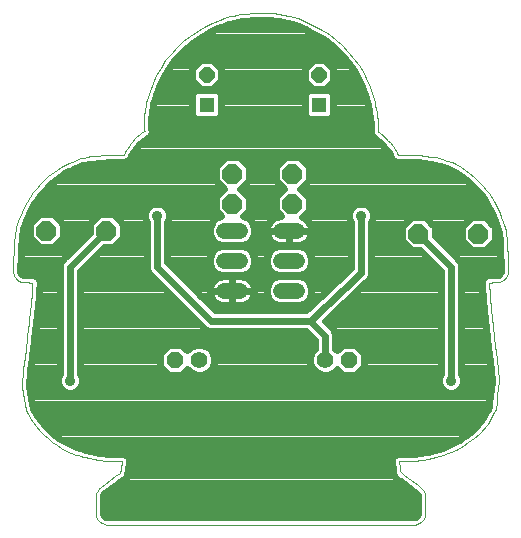
<source format=gtl>
G75*
%MOIN*%
%OFA0B0*%
%FSLAX25Y25*%
%IPPOS*%
%LPD*%
%AMOC8*
5,1,8,0,0,1.08239X$1,22.5*
%
%ADD10C,0.00394*%
%ADD11OC8,0.05600*%
%ADD12C,0.05600*%
%ADD13OC8,0.05150*%
%ADD14R,0.05150X0.05150*%
%ADD15OC8,0.06600*%
%ADD16C,0.05200*%
%ADD17C,0.02400*%
%ADD18C,0.03600*%
D10*
X0027228Y0036301D02*
X0028907Y0035531D01*
X0030613Y0034956D01*
X0030958Y0034840D01*
X0031373Y0034712D01*
X0031832Y0034579D01*
X0032290Y0034446D01*
X0032790Y0034309D01*
X0033819Y0034039D01*
X0034348Y0033907D01*
X0034862Y0033785D01*
X0035376Y0033664D01*
X0035875Y0033552D01*
X0036332Y0033458D01*
X0036808Y0033360D01*
X0037340Y0033266D01*
X0037897Y0033181D01*
X0038454Y0033095D01*
X0039034Y0033017D01*
X0039608Y0032951D01*
X0040182Y0032884D01*
X0040748Y0032830D01*
X0041276Y0032790D01*
X0041803Y0032751D01*
X0042291Y0032727D01*
X0042709Y0032722D01*
X0042873Y0032720D01*
X0043120Y0032717D01*
X0043366Y0032714D01*
X0043694Y0032709D01*
X0044023Y0032705D01*
X0044352Y0032701D01*
X0044682Y0032697D01*
X0044930Y0032694D01*
X0045178Y0032691D01*
X0045345Y0032689D01*
X0045397Y0032689D01*
X0045444Y0032691D01*
X0045491Y0032694D01*
X0045538Y0032697D01*
X0045586Y0032701D01*
X0045679Y0032712D01*
X0045726Y0032718D01*
X0045773Y0032724D01*
X0045820Y0032731D01*
X0045866Y0032738D01*
X0045913Y0032745D01*
X0045871Y0032516D01*
X0045831Y0032300D01*
X0045755Y0031892D01*
X0045719Y0031700D01*
X0045684Y0031517D01*
X0045649Y0031334D01*
X0045616Y0031160D01*
X0045584Y0030994D01*
X0045551Y0030828D01*
X0045520Y0030670D01*
X0045490Y0030516D01*
X0045410Y0030115D01*
X0045172Y0028910D01*
X0043553Y0027695D01*
X0041934Y0026479D01*
X0040314Y0025264D01*
X0038695Y0024048D01*
X0038448Y0023862D01*
X0038225Y0023650D01*
X0038031Y0023417D01*
X0037838Y0023183D01*
X0037672Y0022929D01*
X0037402Y0022390D01*
X0037299Y0022105D01*
X0037228Y0021810D01*
X0037158Y0021515D01*
X0037122Y0021209D01*
X0037122Y0015012D01*
X0037232Y0014494D01*
X0037631Y0013552D01*
X0037919Y0013128D01*
X0038275Y0012772D01*
X0038631Y0012416D01*
X0039055Y0012127D01*
X0039997Y0011729D01*
X0040515Y0011618D01*
X0143486Y0011618D01*
X0144004Y0011729D01*
X0144946Y0012127D01*
X0145370Y0012416D01*
X0145727Y0012772D01*
X0146083Y0013128D01*
X0146371Y0013552D01*
X0146770Y0014494D01*
X0146880Y0015012D01*
X0146880Y0021158D01*
X0146845Y0021458D01*
X0146776Y0021750D01*
X0146708Y0022041D01*
X0146607Y0022323D01*
X0146476Y0022589D01*
X0146345Y0022856D01*
X0146183Y0023108D01*
X0145805Y0023572D01*
X0145589Y0023783D01*
X0145347Y0023969D01*
X0144462Y0024652D01*
X0144020Y0024994D01*
X0143577Y0025335D01*
X0143329Y0025528D01*
X0143046Y0025745D01*
X0142451Y0026200D01*
X0142138Y0026437D01*
X0141829Y0026671D01*
X0141520Y0026905D01*
X0141215Y0027136D01*
X0140932Y0027348D01*
X0140649Y0027560D01*
X0140388Y0027754D01*
X0140169Y0027916D01*
X0139793Y0028195D01*
X0139416Y0028473D01*
X0138664Y0029031D01*
X0138623Y0029340D01*
X0138501Y0030268D01*
X0138469Y0030505D01*
X0138439Y0030733D01*
X0138409Y0030952D01*
X0138379Y0031172D01*
X0138350Y0031383D01*
X0138321Y0031587D01*
X0138292Y0031792D01*
X0138264Y0031989D01*
X0138236Y0032181D01*
X0138208Y0032373D01*
X0138180Y0032558D01*
X0138152Y0032740D01*
X0138194Y0032734D01*
X0138235Y0032728D01*
X0138318Y0032717D01*
X0138359Y0032711D01*
X0138442Y0032701D01*
X0138483Y0032697D01*
X0138525Y0032694D01*
X0138567Y0032691D01*
X0138610Y0032689D01*
X0141395Y0032689D01*
X0141915Y0032715D01*
X0142480Y0032759D01*
X0143044Y0032804D01*
X0143654Y0032867D01*
X0144272Y0032943D01*
X0144889Y0033018D01*
X0145515Y0033106D01*
X0146110Y0033199D01*
X0146706Y0033292D01*
X0147272Y0033390D01*
X0147771Y0033487D01*
X0150344Y0033982D01*
X0152765Y0034702D01*
X0157261Y0036556D01*
X0159334Y0037691D01*
X0161212Y0039017D01*
X0163089Y0040344D01*
X0164770Y0041862D01*
X0167693Y0045250D01*
X0168936Y0047119D01*
X0169936Y0049148D01*
X0169979Y0049235D01*
X0170022Y0049320D01*
X0170064Y0049402D01*
X0170106Y0049484D01*
X0170147Y0049564D01*
X0170229Y0049720D01*
X0170269Y0049796D01*
X0170308Y0049869D01*
X0170348Y0049943D01*
X0170386Y0050015D01*
X0170423Y0050084D01*
X0170703Y0052420D01*
X0170984Y0054756D01*
X0171264Y0057092D01*
X0171544Y0059428D01*
X0171533Y0059510D01*
X0171515Y0059673D01*
X0171467Y0060125D01*
X0171438Y0060414D01*
X0171404Y0060750D01*
X0171370Y0061085D01*
X0171332Y0061467D01*
X0171292Y0061879D01*
X0171252Y0062290D01*
X0171209Y0062731D01*
X0171165Y0063185D01*
X0171120Y0063656D01*
X0171065Y0064182D01*
X0171005Y0064729D01*
X0170944Y0065276D01*
X0170879Y0065843D01*
X0170812Y0066394D01*
X0170746Y0066946D01*
X0170677Y0067482D01*
X0170546Y0068451D01*
X0170482Y0068884D01*
X0170425Y0069230D01*
X0170381Y0069497D01*
X0170334Y0069810D01*
X0170240Y0070485D01*
X0170193Y0070846D01*
X0170148Y0071207D01*
X0170103Y0071569D01*
X0170061Y0071931D01*
X0169988Y0072609D01*
X0169957Y0072925D01*
X0169935Y0073195D01*
X0169910Y0073500D01*
X0169876Y0073878D01*
X0169835Y0074301D01*
X0169794Y0074724D01*
X0169747Y0075191D01*
X0169696Y0075674D01*
X0169645Y0076157D01*
X0169591Y0076655D01*
X0169537Y0077140D01*
X0169482Y0077624D01*
X0169427Y0078096D01*
X0169375Y0078525D01*
X0169325Y0078939D01*
X0169272Y0079395D01*
X0169219Y0079866D01*
X0169167Y0080336D01*
X0169114Y0080821D01*
X0169065Y0081293D01*
X0169016Y0081764D01*
X0168970Y0082222D01*
X0168930Y0082637D01*
X0168890Y0083053D01*
X0168856Y0083427D01*
X0168831Y0083731D01*
X0168813Y0083952D01*
X0168794Y0084177D01*
X0168773Y0084404D01*
X0168752Y0084631D01*
X0168729Y0084860D01*
X0168704Y0085090D01*
X0168678Y0085320D01*
X0168650Y0085550D01*
X0168618Y0085780D01*
X0168585Y0086010D01*
X0168550Y0086239D01*
X0168509Y0086467D01*
X0168519Y0086467D01*
X0168425Y0087924D01*
X0168332Y0089381D01*
X0168238Y0090839D01*
X0168144Y0092296D01*
X0168772Y0092311D01*
X0169401Y0092325D01*
X0170029Y0092339D01*
X0170657Y0092353D01*
X0170919Y0092359D01*
X0171178Y0092391D01*
X0171683Y0092505D01*
X0171929Y0092586D01*
X0172164Y0092691D01*
X0172399Y0092795D01*
X0172624Y0092922D01*
X0172836Y0093071D01*
X0173047Y0093220D01*
X0173245Y0093390D01*
X0173425Y0093581D01*
X0173605Y0093771D02*
X0173765Y0093978D01*
X0173902Y0094197D01*
X0174040Y0094416D01*
X0174155Y0094648D01*
X0174246Y0094889D01*
X0174338Y0095129D01*
X0174406Y0095379D01*
X0174492Y0095889D01*
X0174510Y0096150D01*
X0174502Y0096412D01*
X0174457Y0097860D01*
X0174367Y0100756D01*
X0174322Y0102204D01*
X0174279Y0103556D01*
X0174240Y0104648D01*
X0174185Y0105583D01*
X0174130Y0106518D01*
X0174060Y0107296D01*
X0173957Y0108019D01*
X0173853Y0108742D01*
X0173717Y0109410D01*
X0173343Y0110843D01*
X0173105Y0111606D01*
X0172798Y0112520D01*
X0172275Y0114077D01*
X0171693Y0115535D01*
X0171042Y0116911D01*
X0170391Y0118287D01*
X0169670Y0119582D01*
X0168066Y0122042D01*
X0167183Y0123208D01*
X0166208Y0124328D01*
X0165232Y0125447D01*
X0164164Y0126520D01*
X0162992Y0127564D01*
X0161603Y0128801D01*
X0160189Y0129859D01*
X0158707Y0130754D01*
X0157225Y0131649D01*
X0155675Y0132381D01*
X0154016Y0132965D01*
X0152356Y0133548D01*
X0150587Y0133983D01*
X0148665Y0134285D01*
X0146744Y0134587D01*
X0144670Y0134755D01*
X0142403Y0134804D01*
X0142152Y0134809D01*
X0141764Y0134817D01*
X0141377Y0134826D01*
X0140853Y0134837D01*
X0139762Y0134860D01*
X0139195Y0134873D01*
X0138246Y0134893D01*
X0137865Y0134901D01*
X0137692Y0134904D01*
X0137530Y0135373D01*
X0137342Y0135809D01*
X0137122Y0136229D01*
X0136902Y0136649D01*
X0136650Y0137052D01*
X0136361Y0137453D01*
X0136073Y0137854D01*
X0135748Y0138252D01*
X0135382Y0138663D01*
X0135015Y0139074D01*
X0134608Y0139497D01*
X0134154Y0139948D01*
X0134101Y0140000D01*
X0134050Y0140052D01*
X0134000Y0140102D01*
X0133950Y0140153D01*
X0133902Y0140203D01*
X0133854Y0140252D01*
X0133807Y0140301D01*
X0133761Y0140349D01*
X0133715Y0140396D01*
X0133670Y0140443D01*
X0133626Y0140489D01*
X0133583Y0140535D01*
X0133373Y0140754D01*
X0133168Y0140960D01*
X0132760Y0141350D01*
X0132557Y0141534D01*
X0132351Y0141706D01*
X0132146Y0141879D01*
X0131939Y0142041D01*
X0131514Y0142344D01*
X0131296Y0142485D01*
X0131070Y0142617D01*
X0131108Y0142743D01*
X0131141Y0142870D01*
X0131193Y0143127D01*
X0131213Y0143257D01*
X0131226Y0143387D01*
X0131240Y0143518D01*
X0131246Y0143650D01*
X0131246Y0143782D01*
X0131246Y0143915D01*
X0131239Y0144048D01*
X0131225Y0144181D01*
X0131166Y0144738D01*
X0131107Y0145296D01*
X0131047Y0145854D01*
X0130988Y0146412D01*
X0130839Y0147817D01*
X0130676Y0149070D01*
X0130483Y0150227D01*
X0130291Y0151383D01*
X0130069Y0152443D01*
X0129805Y0153462D01*
X0129540Y0154481D01*
X0129232Y0155459D01*
X0128867Y0156452D01*
X0128501Y0157444D01*
X0128078Y0158452D01*
X0127582Y0159529D01*
X0126350Y0162205D01*
X0124834Y0164703D01*
X0121311Y0169280D01*
X0119303Y0171358D01*
X0117087Y0173196D01*
X0114871Y0175034D01*
X0112447Y0176631D01*
X0109853Y0177956D01*
X0107259Y0179281D01*
X0104494Y0180333D01*
X0101597Y0181081D01*
X0100746Y0181301D01*
X0100006Y0181476D01*
X0099304Y0181616D01*
X0098602Y0181756D01*
X0097938Y0181861D01*
X0096536Y0182015D01*
X0095799Y0182065D01*
X0094951Y0182095D01*
X0094103Y0182125D01*
X0093144Y0182136D01*
X0090593Y0182136D01*
X0089357Y0182106D01*
X0087077Y0181961D01*
X0086033Y0181845D01*
X0085010Y0181675D01*
X0083987Y0181505D01*
X0082985Y0181279D01*
X0081929Y0180986D01*
X0080873Y0180693D01*
X0079764Y0180333D01*
X0078527Y0179892D01*
X0075787Y0178917D01*
X0073184Y0177630D01*
X0068342Y0174521D01*
X0066104Y0172699D01*
X0064091Y0170656D01*
X0062079Y0168612D01*
X0060294Y0166347D01*
X0058779Y0163905D01*
X0057264Y0161463D01*
X0056021Y0158844D01*
X0055093Y0156093D01*
X0054754Y0155088D01*
X0054467Y0154159D01*
X0054226Y0153280D01*
X0053986Y0152401D01*
X0053793Y0151573D01*
X0053492Y0149969D01*
X0053383Y0149192D01*
X0053312Y0148417D01*
X0053242Y0147641D01*
X0053209Y0146867D01*
X0053209Y0143675D01*
X0053213Y0143586D01*
X0053227Y0143412D01*
X0053238Y0143325D01*
X0053252Y0143240D01*
X0053265Y0143154D01*
X0053281Y0143070D01*
X0053300Y0142986D01*
X0053318Y0142902D01*
X0053339Y0142819D01*
X0053361Y0142737D01*
X0052643Y0142331D01*
X0051934Y0141833D01*
X0050574Y0140701D01*
X0049924Y0140066D01*
X0049323Y0139385D01*
X0048723Y0138705D01*
X0048173Y0137979D01*
X0047694Y0137231D01*
X0047214Y0136483D01*
X0046806Y0135713D01*
X0046488Y0134943D01*
X0046482Y0134943D01*
X0046477Y0134944D01*
X0046471Y0134944D01*
X0046466Y0134945D01*
X0046460Y0134946D01*
X0046455Y0134946D01*
X0046449Y0134947D01*
X0046443Y0134948D01*
X0046438Y0134949D01*
X0046432Y0134949D01*
X0046427Y0134949D01*
X0046408Y0134949D01*
X0046063Y0134936D01*
X0045040Y0134897D01*
X0044364Y0134871D01*
X0043014Y0134819D01*
X0042341Y0134792D01*
X0041331Y0134753D01*
X0040996Y0134740D01*
X0039350Y0134676D01*
X0037935Y0134586D01*
X0035398Y0134319D01*
X0034277Y0134140D01*
X0033217Y0133898D01*
X0032157Y0133657D01*
X0031160Y0133351D01*
X0030141Y0132963D01*
X0029122Y0132575D01*
X0028081Y0132103D01*
X0026934Y0131530D01*
X0025445Y0130786D01*
X0023992Y0129863D01*
X0021211Y0127720D01*
X0019884Y0126499D01*
X0018648Y0125158D01*
X0017411Y0123818D01*
X0016265Y0122358D01*
X0015236Y0120808D01*
X0014208Y0119258D01*
X0013297Y0117619D01*
X0012532Y0115919D01*
X0012022Y0114788D01*
X0011605Y0113770D01*
X0010920Y0111780D01*
X0010652Y0110808D01*
X0010441Y0109771D01*
X0010229Y0108734D01*
X0010073Y0107630D01*
X0009956Y0106372D01*
X0009838Y0105114D01*
X0009759Y0103701D01*
X0009699Y0102044D01*
X0009648Y0100641D01*
X0009548Y0097834D01*
X0009497Y0096430D01*
X0009488Y0096167D01*
X0009505Y0095906D01*
X0009547Y0095650D01*
X0009590Y0095394D01*
X0009657Y0095143D01*
X0009748Y0094901D01*
X0009839Y0094660D01*
X0009954Y0094427D01*
X0010228Y0093987D01*
X0010388Y0093779D01*
X0010568Y0093587D01*
X0010749Y0093396D01*
X0010947Y0093225D01*
X0011370Y0092925D01*
X0011596Y0092797D01*
X0012067Y0092588D01*
X0012314Y0092506D01*
X0012567Y0092449D01*
X0012820Y0092392D01*
X0013080Y0092359D01*
X0013343Y0092353D01*
X0013997Y0092338D01*
X0014651Y0092323D01*
X0015306Y0092309D01*
X0015960Y0092294D01*
X0015791Y0089382D01*
X0015707Y0087926D01*
X0015622Y0086471D01*
X0015607Y0086321D01*
X0015589Y0086146D01*
X0015569Y0085951D01*
X0015548Y0085755D01*
X0015525Y0085538D01*
X0015499Y0085303D01*
X0015473Y0085068D01*
X0015445Y0084814D01*
X0015414Y0084546D01*
X0015384Y0084277D01*
X0015351Y0083993D01*
X0015316Y0083697D01*
X0015260Y0083226D01*
X0015082Y0081732D01*
X0014960Y0080709D01*
X0014696Y0078497D01*
X0014555Y0077308D01*
X0014425Y0076231D01*
X0014296Y0075153D01*
X0014180Y0074188D01*
X0014100Y0073527D01*
X0013695Y0070179D01*
X0013390Y0067585D01*
X0013161Y0065569D01*
X0012931Y0063553D01*
X0012778Y0062116D01*
X0012675Y0061085D01*
X0012572Y0060053D01*
X0012520Y0059426D01*
X0012493Y0059029D01*
X0012466Y0058633D01*
X0012465Y0058467D01*
X0012464Y0058358D01*
X0012462Y0058112D01*
X0012459Y0057866D01*
X0012457Y0057620D01*
X0012455Y0057374D01*
X0012791Y0055490D01*
X0013127Y0053605D01*
X0013462Y0051721D01*
X0013798Y0049836D01*
X0013841Y0049756D01*
X0013885Y0049674D01*
X0013930Y0049590D01*
X0013975Y0049506D01*
X0014021Y0049420D01*
X0014067Y0049331D01*
X0014114Y0049242D01*
X0014162Y0049151D01*
X0014258Y0048965D01*
X0014307Y0048869D01*
X0014356Y0048771D01*
X0015119Y0047248D01*
X0016090Y0045767D01*
X0017224Y0044366D01*
X0018358Y0042966D01*
X0019655Y0041645D01*
X0021069Y0040442D01*
X0022484Y0039240D01*
X0024017Y0038156D01*
X0025623Y0037229D01*
X0027228Y0036301D01*
D11*
X0063500Y0066600D03*
X0121500Y0066600D03*
D12*
X0113500Y0066600D03*
X0071500Y0066600D03*
D13*
X0074000Y0161600D03*
X0111500Y0161600D03*
D14*
X0111500Y0151600D03*
X0074000Y0151600D03*
D15*
X0082500Y0128600D03*
X0082500Y0118600D03*
X0102500Y0118600D03*
X0102500Y0128600D03*
X0144500Y0108600D03*
X0164500Y0108600D03*
X0040500Y0109600D03*
X0020500Y0109600D03*
D16*
X0079900Y0109600D02*
X0085100Y0109600D01*
X0085100Y0099600D02*
X0079900Y0099600D01*
X0079900Y0089600D02*
X0085100Y0089600D01*
X0098900Y0089600D02*
X0104100Y0089600D01*
X0104100Y0099600D02*
X0098900Y0099600D01*
X0098900Y0109600D02*
X0104100Y0109600D01*
D17*
X0101500Y0109600D02*
X0108900Y0109600D01*
X0108900Y0109978D01*
X0108782Y0110724D01*
X0108548Y0111443D01*
X0108205Y0112116D01*
X0107761Y0112727D01*
X0107227Y0113261D01*
X0106616Y0113705D01*
X0105943Y0114048D01*
X0105779Y0114101D01*
X0108000Y0116322D01*
X0108000Y0120878D01*
X0105278Y0123600D01*
X0108000Y0126322D01*
X0108000Y0130878D01*
X0104778Y0134100D01*
X0100222Y0134100D01*
X0097000Y0130878D01*
X0097000Y0126322D01*
X0099722Y0123600D01*
X0097000Y0120878D01*
X0097000Y0116322D01*
X0098922Y0114400D01*
X0098522Y0114400D01*
X0097776Y0114282D01*
X0097057Y0114048D01*
X0096384Y0113705D01*
X0095773Y0113261D01*
X0095239Y0112727D01*
X0094795Y0112116D01*
X0094452Y0111443D01*
X0094218Y0110724D01*
X0094100Y0109978D01*
X0094100Y0109600D01*
X0101500Y0109600D01*
X0101500Y0109600D01*
X0101500Y0104800D01*
X0104478Y0104800D01*
X0105224Y0104918D01*
X0105943Y0105152D01*
X0106616Y0105495D01*
X0107227Y0105939D01*
X0107761Y0106473D01*
X0108205Y0107084D01*
X0108548Y0107757D01*
X0108782Y0108476D01*
X0108900Y0109222D01*
X0108900Y0109600D01*
X0101500Y0109600D01*
X0101500Y0109600D01*
X0101500Y0109600D01*
X0101500Y0104800D01*
X0098522Y0104800D01*
X0097776Y0104918D01*
X0097057Y0105152D01*
X0096384Y0105495D01*
X0095773Y0105939D01*
X0095239Y0106473D01*
X0094795Y0107084D01*
X0094452Y0107757D01*
X0094218Y0108476D01*
X0094100Y0109222D01*
X0094100Y0109600D01*
X0101500Y0109600D01*
X0101500Y0109533D02*
X0101500Y0109533D01*
X0101500Y0107134D02*
X0101500Y0107134D01*
X0105055Y0104400D02*
X0097945Y0104400D01*
X0096181Y0103669D01*
X0094831Y0102319D01*
X0094100Y0100555D01*
X0094100Y0098645D01*
X0094831Y0096881D01*
X0096181Y0095531D01*
X0097945Y0094800D01*
X0105055Y0094800D01*
X0106819Y0095531D01*
X0108169Y0096881D01*
X0108900Y0098645D01*
X0108900Y0100555D01*
X0108169Y0102319D01*
X0106819Y0103669D01*
X0105055Y0104400D01*
X0108151Y0102337D02*
X0122100Y0102337D01*
X0122100Y0104736D02*
X0060900Y0104736D01*
X0060900Y0107134D02*
X0075726Y0107134D01*
X0075831Y0106881D02*
X0077181Y0105531D01*
X0078945Y0104800D01*
X0086055Y0104800D01*
X0087819Y0105531D01*
X0089169Y0106881D01*
X0089900Y0108645D01*
X0089900Y0110555D01*
X0089169Y0112319D01*
X0087819Y0113669D01*
X0086071Y0114393D01*
X0088000Y0116322D01*
X0088000Y0120878D01*
X0085278Y0123600D01*
X0088000Y0126322D01*
X0088000Y0130878D01*
X0084778Y0134100D01*
X0080222Y0134100D01*
X0077000Y0130878D01*
X0077000Y0126322D01*
X0079722Y0123600D01*
X0077000Y0120878D01*
X0077000Y0116322D01*
X0078929Y0114393D01*
X0077181Y0113669D01*
X0075831Y0112319D01*
X0075100Y0110555D01*
X0075100Y0108645D01*
X0075831Y0106881D01*
X0075100Y0109533D02*
X0060900Y0109533D01*
X0060900Y0111932D02*
X0075670Y0111932D01*
X0078776Y0114330D02*
X0061500Y0114330D01*
X0061500Y0113804D02*
X0061500Y0115396D01*
X0060891Y0116866D01*
X0059766Y0117991D01*
X0058296Y0118600D01*
X0056704Y0118600D01*
X0055234Y0117991D01*
X0054109Y0116866D01*
X0053500Y0115396D01*
X0053500Y0113804D01*
X0054100Y0112356D01*
X0054100Y0096924D01*
X0054618Y0095674D01*
X0072618Y0077674D01*
X0073574Y0076718D01*
X0074824Y0076200D01*
X0107092Y0076200D01*
X0110100Y0073192D01*
X0110100Y0070271D01*
X0109261Y0069432D01*
X0108500Y0067595D01*
X0108500Y0065605D01*
X0109261Y0063768D01*
X0110668Y0062361D01*
X0112505Y0061600D01*
X0114495Y0061600D01*
X0116332Y0062361D01*
X0117500Y0063529D01*
X0119429Y0061600D01*
X0123571Y0061600D01*
X0126500Y0064529D01*
X0126500Y0068671D01*
X0123571Y0071600D01*
X0119429Y0071600D01*
X0117500Y0069671D01*
X0116900Y0070271D01*
X0116900Y0075276D01*
X0116382Y0076526D01*
X0115426Y0077482D01*
X0113382Y0079526D01*
X0127377Y0092697D01*
X0127426Y0092718D01*
X0127868Y0093159D01*
X0128323Y0093588D01*
X0128345Y0093636D01*
X0128382Y0093674D01*
X0128621Y0094251D01*
X0128878Y0094821D01*
X0128880Y0094874D01*
X0128900Y0094924D01*
X0128900Y0095549D01*
X0128919Y0096173D01*
X0128900Y0096223D01*
X0128900Y0112356D01*
X0129500Y0113804D01*
X0129500Y0115396D01*
X0128891Y0116866D01*
X0127766Y0117991D01*
X0126296Y0118600D01*
X0124704Y0118600D01*
X0123234Y0117991D01*
X0122109Y0116866D01*
X0121500Y0115396D01*
X0121500Y0113804D01*
X0122100Y0112356D01*
X0122100Y0097069D01*
X0107152Y0083000D01*
X0076908Y0083000D01*
X0060900Y0099008D01*
X0060900Y0112356D01*
X0061500Y0113804D01*
X0060948Y0116729D02*
X0077000Y0116729D01*
X0077000Y0119127D02*
X0016998Y0119127D01*
X0017425Y0119771D02*
X0018209Y0120953D01*
X0019237Y0122263D01*
X0020733Y0123883D01*
X0020733Y0123883D01*
X0021580Y0124801D01*
X0022758Y0125885D01*
X0025369Y0127899D01*
X0026626Y0128697D01*
X0027579Y0129173D01*
X0027967Y0129367D01*
X0028432Y0129599D01*
X0029111Y0129939D01*
X0030044Y0130361D01*
X0031440Y0130893D01*
X0031939Y0131083D01*
X0032776Y0131339D01*
X0033887Y0131593D01*
X0034732Y0131786D01*
X0035712Y0131942D01*
X0038137Y0132197D01*
X0039472Y0132282D01*
X0041192Y0132349D01*
X0041420Y0132358D01*
X0042573Y0132403D01*
X0043079Y0132422D01*
X0044509Y0132478D01*
X0045132Y0132502D01*
X0046156Y0132541D01*
X0046275Y0132546D01*
X0046311Y0132546D01*
X0046590Y0132506D01*
X0046590Y0132506D01*
X0046602Y0132505D01*
X0046636Y0132514D01*
X0046677Y0132509D01*
X0046677Y0132509D01*
X0046683Y0132509D01*
X0046720Y0132519D01*
X0046763Y0132516D01*
X0046839Y0132540D01*
X0046923Y0132538D01*
X0046945Y0132547D01*
X0046969Y0132547D01*
X0047299Y0132684D01*
X0047525Y0132743D01*
X0047544Y0132757D01*
X0047599Y0132773D01*
X0047624Y0132793D01*
X0047671Y0132808D01*
X0047726Y0132855D01*
X0047810Y0132888D01*
X0047827Y0132904D01*
X0047849Y0132913D01*
X0048136Y0133201D01*
X0048154Y0133216D01*
X0048287Y0133316D01*
X0048294Y0133327D01*
X0048345Y0133368D01*
X0048358Y0133391D01*
X0048398Y0133425D01*
X0048428Y0133484D01*
X0048496Y0133550D01*
X0048505Y0133572D01*
X0048522Y0133588D01*
X0048686Y0133986D01*
X0048730Y0134066D01*
X0048772Y0134137D01*
X0048773Y0134143D01*
X0048805Y0134202D01*
X0048808Y0134226D01*
X0048833Y0134274D01*
X0048838Y0134336D01*
X0048876Y0134425D01*
X0048877Y0134448D01*
X0048977Y0134692D01*
X0049285Y0135273D01*
X0049641Y0135827D01*
X0050140Y0136607D01*
X0050580Y0137186D01*
X0050805Y0137442D01*
X0050805Y0137442D01*
X0051662Y0138413D01*
X0052181Y0138919D01*
X0053391Y0139928D01*
X0053924Y0140302D01*
X0054279Y0140502D01*
X0054450Y0140549D01*
X0054691Y0140735D01*
X0054956Y0140885D01*
X0055065Y0141024D01*
X0055204Y0141132D01*
X0055356Y0141396D01*
X0055543Y0141636D01*
X0055590Y0141806D01*
X0055678Y0141959D01*
X0055717Y0142261D01*
X0055798Y0142555D01*
X0055777Y0142730D01*
X0055799Y0142905D01*
X0055720Y0143199D01*
X0055683Y0143501D01*
X0055619Y0143614D01*
X0055618Y0143619D01*
X0055612Y0143659D01*
X0055606Y0143734D01*
X0055606Y0146816D01*
X0055634Y0147481D01*
X0055656Y0147724D01*
X0055656Y0147724D01*
X0055708Y0148291D01*
X0055743Y0148674D01*
X0055765Y0148918D01*
X0055858Y0149582D01*
X0056139Y0151079D01*
X0056310Y0151813D01*
X0056593Y0152847D01*
X0056768Y0153489D01*
X0057035Y0154352D01*
X0057361Y0155318D01*
X0058247Y0157944D01*
X0059372Y0160313D01*
X0060565Y0162236D01*
X0062259Y0164969D01*
X0063880Y0167025D01*
X0066134Y0169314D01*
X0067719Y0170923D01*
X0069751Y0172577D01*
X0074366Y0175541D01*
X0076723Y0176706D01*
X0078881Y0177474D01*
X0078881Y0177474D01*
X0079337Y0177637D01*
X0079780Y0177794D01*
X0080537Y0178064D01*
X0081565Y0178398D01*
X0082111Y0178549D01*
X0082222Y0178580D01*
X0083029Y0178804D01*
X0083029Y0178804D01*
X0083568Y0178954D01*
X0084447Y0179152D01*
X0085874Y0179389D01*
X0086361Y0179470D01*
X0087285Y0179572D01*
X0089463Y0179711D01*
X0090623Y0179740D01*
X0093130Y0179740D01*
X0094046Y0179729D01*
X0094389Y0179717D01*
X0095252Y0179686D01*
X0095342Y0179683D01*
X0095676Y0179671D01*
X0096325Y0179627D01*
X0097620Y0179484D01*
X0098181Y0179396D01*
X0099168Y0179199D01*
X0099494Y0179134D01*
X0100170Y0178974D01*
X0100989Y0178763D01*
X0103766Y0178045D01*
X0106285Y0177087D01*
X0109188Y0175605D01*
X0111239Y0174557D01*
X0113442Y0173105D01*
X0115190Y0171656D01*
X0115190Y0171656D01*
X0117671Y0169598D01*
X0119494Y0167711D01*
X0122854Y0163346D01*
X0124230Y0161078D01*
X0125409Y0158517D01*
X0125883Y0157486D01*
X0126270Y0156565D01*
X0126782Y0155176D01*
X0126782Y0155176D01*
X0126963Y0154684D01*
X0127236Y0153819D01*
X0127605Y0152398D01*
X0127735Y0151897D01*
X0127935Y0150941D01*
X0128056Y0150210D01*
X0128304Y0148719D01*
X0128459Y0147535D01*
X0128554Y0146633D01*
X0128554Y0146632D01*
X0128605Y0146151D01*
X0128655Y0145685D01*
X0128714Y0145126D01*
X0128774Y0144569D01*
X0128833Y0144011D01*
X0128846Y0143890D01*
X0128849Y0143859D01*
X0128849Y0143852D01*
X0128850Y0143712D01*
X0128849Y0143703D01*
X0128836Y0143577D01*
X0128834Y0143560D01*
X0128833Y0143547D01*
X0128830Y0143535D01*
X0128760Y0143416D01*
X0128722Y0143133D01*
X0128638Y0142860D01*
X0128657Y0142665D01*
X0128631Y0142471D01*
X0128703Y0142195D01*
X0128731Y0141911D01*
X0128823Y0141738D01*
X0128872Y0141549D01*
X0129045Y0141321D01*
X0129179Y0141070D01*
X0129330Y0140945D01*
X0129449Y0140789D01*
X0129695Y0140645D01*
X0129915Y0140464D01*
X0130090Y0140410D01*
X0130164Y0140363D01*
X0130505Y0140119D01*
X0130637Y0140016D01*
X0130946Y0139757D01*
X0130982Y0139726D01*
X0131129Y0139594D01*
X0131490Y0139249D01*
X0131627Y0139111D01*
X0131703Y0139032D01*
X0131703Y0139030D01*
X0131752Y0138979D01*
X0131754Y0138975D01*
X0131851Y0138875D01*
X0131852Y0138872D01*
X0131904Y0138818D01*
X0131906Y0138814D01*
X0131956Y0138763D01*
X0131956Y0138763D01*
X0132009Y0138709D01*
X0132011Y0138704D01*
X0132067Y0138648D01*
X0132069Y0138642D01*
X0132125Y0138586D01*
X0132127Y0138582D01*
X0132258Y0138452D01*
X0132267Y0138442D01*
X0132268Y0138442D01*
X0132281Y0138429D01*
X0132361Y0138345D01*
X0132363Y0138344D01*
X0132411Y0138295D01*
X0132414Y0138293D01*
X0132512Y0138193D01*
X0132515Y0138191D01*
X0132566Y0138139D01*
X0132571Y0138137D01*
X0132624Y0138083D01*
X0132624Y0138083D01*
X0132674Y0138032D01*
X0132679Y0138030D01*
X0132733Y0137975D01*
X0132739Y0137973D01*
X0132796Y0137916D01*
X0132800Y0137914D01*
X0132900Y0137815D01*
X0133257Y0137444D01*
X0133275Y0137424D01*
X0133275Y0137424D01*
X0133598Y0137061D01*
X0133910Y0136712D01*
X0133924Y0136696D01*
X0134170Y0136395D01*
X0134557Y0135857D01*
X0134659Y0135715D01*
X0134821Y0135456D01*
X0135014Y0135087D01*
X0135177Y0134776D01*
X0135287Y0134523D01*
X0135286Y0134478D01*
X0135442Y0134078D01*
X0135582Y0133672D01*
X0135615Y0133635D01*
X0135632Y0133589D01*
X0135930Y0133279D01*
X0136214Y0132958D01*
X0136259Y0132937D01*
X0136292Y0132901D01*
X0136686Y0132729D01*
X0137072Y0132541D01*
X0137121Y0132538D01*
X0137166Y0132518D01*
X0137595Y0132509D01*
X0138024Y0132483D01*
X0138070Y0132499D01*
X0138218Y0132496D01*
X0139111Y0132477D01*
X0139835Y0132461D01*
X0140842Y0132440D01*
X0141236Y0132431D01*
X0141825Y0132419D01*
X0142189Y0132411D01*
X0142189Y0132411D01*
X0142365Y0132407D01*
X0144547Y0132360D01*
X0146461Y0132205D01*
X0148765Y0131843D01*
X0150114Y0131631D01*
X0151671Y0131248D01*
X0152771Y0130862D01*
X0152771Y0130862D01*
X0154764Y0130161D01*
X0156091Y0129534D01*
X0157060Y0128949D01*
X0157060Y0128949D01*
X0158848Y0127869D01*
X0160086Y0126943D01*
X0161349Y0125818D01*
X0162517Y0124778D01*
X0163478Y0123813D01*
X0164714Y0122394D01*
X0164714Y0122394D01*
X0165322Y0121696D01*
X0166104Y0120663D01*
X0167617Y0118343D01*
X0168258Y0117191D01*
X0169079Y0115455D01*
X0169079Y0115455D01*
X0169495Y0114578D01*
X0170024Y0113251D01*
X0170526Y0111759D01*
X0170824Y0110868D01*
X0171038Y0110183D01*
X0171382Y0108867D01*
X0171491Y0108333D01*
X0171516Y0108152D01*
X0171516Y0108152D01*
X0171616Y0107452D01*
X0171651Y0107208D01*
X0171651Y0107208D01*
X0171678Y0107018D01*
X0171740Y0106340D01*
X0171764Y0105918D01*
X0171795Y0105396D01*
X0171820Y0104966D01*
X0171846Y0104534D01*
X0171884Y0103476D01*
X0171911Y0102606D01*
X0171930Y0102009D01*
X0171941Y0101653D01*
X0171986Y0100205D01*
X0172046Y0098262D01*
X0172109Y0096254D01*
X0172111Y0096196D01*
X0172109Y0096173D01*
X0172062Y0095895D01*
X0172056Y0095872D01*
X0172024Y0095788D01*
X0171956Y0095609D01*
X0171946Y0095588D01*
X0171809Y0095371D01*
X0171796Y0095350D01*
X0171781Y0095330D01*
X0171588Y0095127D01*
X0171571Y0095112D01*
X0171418Y0095005D01*
X0171341Y0094950D01*
X0171321Y0094939D01*
X0171077Y0094830D01*
X0171064Y0094825D01*
X0171042Y0094817D01*
X0170766Y0094755D01*
X0170743Y0094753D01*
X0170601Y0094749D01*
X0170451Y0094746D01*
X0170229Y0094741D01*
X0169498Y0094724D01*
X0169195Y0094717D01*
X0169195Y0094717D01*
X0168976Y0094713D01*
X0168515Y0094702D01*
X0168467Y0094719D01*
X0168040Y0094691D01*
X0167614Y0094682D01*
X0167567Y0094661D01*
X0167515Y0094658D01*
X0167132Y0094469D01*
X0166741Y0094297D01*
X0166706Y0094260D01*
X0166659Y0094237D01*
X0166377Y0093916D01*
X0166082Y0093608D01*
X0166064Y0093560D01*
X0166030Y0093521D01*
X0165892Y0093117D01*
X0165737Y0092719D01*
X0165739Y0092667D01*
X0165722Y0092619D01*
X0165749Y0092192D01*
X0165759Y0091766D01*
X0165780Y0091718D01*
X0165816Y0091161D01*
X0165823Y0091037D01*
X0165877Y0090210D01*
X0165909Y0089704D01*
X0166003Y0088246D01*
X0166003Y0088246D01*
X0166103Y0086685D01*
X0166065Y0086514D01*
X0166112Y0086254D01*
X0166112Y0085990D01*
X0166154Y0085888D01*
X0166157Y0085837D01*
X0166200Y0085751D01*
X0166214Y0085659D01*
X0166226Y0085575D01*
X0166273Y0085237D01*
X0166297Y0085042D01*
X0166346Y0084609D01*
X0166366Y0084405D01*
X0166387Y0084174D01*
X0166406Y0083965D01*
X0166424Y0083752D01*
X0166429Y0083696D01*
X0166426Y0083686D01*
X0166460Y0083305D01*
X0166458Y0083298D01*
X0166480Y0083072D01*
X0166506Y0082757D01*
X0166511Y0082747D01*
X0166537Y0082456D01*
X0166537Y0082451D01*
X0166545Y0082362D01*
X0166547Y0082360D01*
X0166584Y0081994D01*
X0166582Y0081989D01*
X0166604Y0081776D01*
X0166629Y0081518D01*
X0166632Y0081513D01*
X0166679Y0081050D01*
X0166681Y0081045D01*
X0166681Y0081042D01*
X0166680Y0081038D01*
X0166730Y0080572D01*
X0166731Y0080570D01*
X0166731Y0080568D01*
X0166733Y0080548D01*
X0166732Y0080544D01*
X0166757Y0080312D01*
X0166780Y0080098D01*
X0166782Y0080094D01*
X0166784Y0080074D01*
X0166835Y0079605D01*
X0166837Y0079601D01*
X0166837Y0079597D01*
X0166836Y0079593D01*
X0166890Y0079130D01*
X0166888Y0079123D01*
X0166920Y0078856D01*
X0166943Y0078655D01*
X0166945Y0078651D01*
X0166947Y0078633D01*
X0166999Y0078189D01*
X0167002Y0078183D01*
X0167050Y0077787D01*
X0167101Y0077351D01*
X0167102Y0077345D01*
X0167166Y0076769D01*
X0167208Y0076398D01*
X0167208Y0076398D01*
X0167209Y0076391D01*
X0167262Y0075902D01*
X0167362Y0074949D01*
X0167363Y0074946D01*
X0167409Y0074491D01*
X0167475Y0073806D01*
X0167490Y0073654D01*
X0167516Y0073363D01*
X0167531Y0073184D01*
X0167526Y0073167D01*
X0167558Y0072838D01*
X0167554Y0072827D01*
X0167579Y0072600D01*
X0167585Y0072526D01*
X0167586Y0072524D01*
X0167608Y0072252D01*
X0167617Y0072236D01*
X0167627Y0072132D01*
X0167625Y0072128D01*
X0167636Y0072038D01*
X0167649Y0071901D01*
X0167652Y0071895D01*
X0167668Y0071757D01*
X0167666Y0071748D01*
X0167698Y0071487D01*
X0167729Y0071201D01*
X0167734Y0071191D01*
X0167755Y0071011D01*
X0167754Y0071007D01*
X0167766Y0070913D01*
X0167777Y0070819D01*
X0167779Y0070816D01*
X0167803Y0070636D01*
X0167800Y0070626D01*
X0167840Y0070341D01*
X0167872Y0070079D01*
X0167877Y0070071D01*
X0167895Y0069934D01*
X0167893Y0069927D01*
X0167914Y0069791D01*
X0167925Y0069701D01*
X0167928Y0069697D01*
X0167943Y0069596D01*
X0167939Y0069579D01*
X0167983Y0069311D01*
X0167982Y0069309D01*
X0167994Y0069240D01*
X0168026Y0069007D01*
X0168032Y0068996D01*
X0168081Y0068671D01*
X0168090Y0068656D01*
X0168117Y0068490D01*
X0168172Y0068115D01*
X0168301Y0067168D01*
X0168367Y0066650D01*
X0168409Y0066300D01*
X0168499Y0065561D01*
X0168563Y0065009D01*
X0168570Y0064941D01*
X0168616Y0064519D01*
X0168674Y0063993D01*
X0168682Y0063926D01*
X0168735Y0063416D01*
X0168778Y0062975D01*
X0168777Y0062974D01*
X0168820Y0062532D01*
X0168820Y0062531D01*
X0168848Y0062242D01*
X0168869Y0062027D01*
X0168869Y0062026D01*
X0168900Y0061706D01*
X0168909Y0061618D01*
X0168912Y0061584D01*
X0168912Y0061584D01*
X0168938Y0061322D01*
X0168938Y0061320D01*
X0168969Y0061009D01*
X0168993Y0060759D01*
X0168994Y0060758D01*
X0169005Y0060646D01*
X0169005Y0060645D01*
X0169023Y0060464D01*
X0169032Y0060375D01*
X0169032Y0060374D01*
X0169035Y0060351D01*
X0169033Y0060347D01*
X0169072Y0059982D01*
X0169081Y0059887D01*
X0169080Y0059881D01*
X0169101Y0059694D01*
X0169094Y0059670D01*
X0169128Y0059414D01*
X0168827Y0056904D01*
X0168827Y0056904D01*
X0168547Y0054568D01*
X0168267Y0052232D01*
X0168098Y0050825D01*
X0168094Y0050822D01*
X0168047Y0050728D01*
X0168039Y0050721D01*
X0167957Y0050554D01*
X0167930Y0050504D01*
X0167930Y0050501D01*
X0167888Y0050422D01*
X0167888Y0050416D01*
X0167803Y0050255D01*
X0167803Y0050250D01*
X0167759Y0050165D01*
X0167758Y0050157D01*
X0167670Y0049985D01*
X0167669Y0049977D01*
X0167623Y0049885D01*
X0167623Y0049876D01*
X0166854Y0048318D01*
X0165780Y0046702D01*
X0163053Y0043541D01*
X0161589Y0042219D01*
X0160218Y0041250D01*
X0159634Y0040838D01*
X0159439Y0040700D01*
X0158063Y0039728D01*
X0156225Y0038722D01*
X0151965Y0036964D01*
X0149774Y0036314D01*
X0147785Y0035930D01*
X0147784Y0035930D01*
X0147311Y0035839D01*
X0146850Y0035750D01*
X0146849Y0035749D01*
X0146839Y0035748D01*
X0146316Y0035657D01*
X0145805Y0035577D01*
X0145164Y0035477D01*
X0144577Y0035395D01*
X0144454Y0035380D01*
X0144454Y0035380D01*
X0143867Y0035308D01*
X0143508Y0035264D01*
X0143507Y0035264D01*
X0143384Y0035249D01*
X0142826Y0035191D01*
X0142766Y0035186D01*
X0142766Y0035186D01*
X0142583Y0035172D01*
X0141816Y0035111D01*
X0141761Y0035107D01*
X0141336Y0035086D01*
X0138699Y0035086D01*
X0138593Y0035100D01*
X0138262Y0035181D01*
X0138140Y0035162D01*
X0138055Y0035174D01*
X0138040Y0035170D01*
X0137984Y0035178D01*
X0137656Y0035088D01*
X0137320Y0035037D01*
X0137200Y0034964D01*
X0137064Y0034928D01*
X0136795Y0034720D01*
X0136504Y0034544D01*
X0136421Y0034430D01*
X0136309Y0034345D01*
X0136140Y0034049D01*
X0135939Y0033775D01*
X0135905Y0033639D01*
X0135836Y0033517D01*
X0135792Y0033180D01*
X0135711Y0032849D01*
X0135732Y0032711D01*
X0135714Y0032571D01*
X0135804Y0032243D01*
X0135810Y0032202D01*
X0135837Y0032023D01*
X0135892Y0031645D01*
X0135919Y0031459D01*
X0135959Y0031174D01*
X0135977Y0031047D01*
X0136004Y0030853D01*
X0136033Y0030633D01*
X0136065Y0030403D01*
X0136094Y0030187D01*
X0136126Y0029943D01*
X0136228Y0029169D01*
X0136223Y0029149D01*
X0136290Y0028697D01*
X0136350Y0028245D01*
X0136360Y0028226D01*
X0136364Y0028206D01*
X0136599Y0027814D01*
X0136827Y0027419D01*
X0136844Y0027406D01*
X0136854Y0027388D01*
X0137221Y0027117D01*
X0137583Y0026839D01*
X0137604Y0026833D01*
X0137967Y0026564D01*
X0137983Y0026552D01*
X0138319Y0026304D01*
X0138361Y0026273D01*
X0138361Y0026272D01*
X0138732Y0025998D01*
X0138749Y0025985D01*
X0138749Y0025985D01*
X0139031Y0025777D01*
X0139215Y0025639D01*
X0139451Y0025462D01*
X0139776Y0025219D01*
X0140072Y0024995D01*
X0140120Y0024959D01*
X0140690Y0024527D01*
X0140998Y0024293D01*
X0141589Y0023842D01*
X0141736Y0023729D01*
X0142111Y0023440D01*
X0142488Y0023148D01*
X0142489Y0023147D01*
X0142530Y0023116D01*
X0142621Y0023046D01*
X0142621Y0023046D01*
X0142752Y0022945D01*
X0143376Y0022463D01*
X0143506Y0022363D01*
X0143506Y0022362D01*
X0143887Y0022069D01*
X0144014Y0021970D01*
X0144033Y0021952D01*
X0144239Y0021700D01*
X0144254Y0021677D01*
X0144327Y0021528D01*
X0144397Y0021386D01*
X0144406Y0021361D01*
X0144463Y0021115D01*
X0144480Y0021044D01*
X0144483Y0021017D01*
X0144483Y0015265D01*
X0144473Y0015217D01*
X0144256Y0014704D01*
X0144228Y0014663D01*
X0144029Y0014464D01*
X0143836Y0014271D01*
X0143794Y0014242D01*
X0143281Y0014025D01*
X0143234Y0014015D01*
X0040767Y0014015D01*
X0040720Y0014025D01*
X0040207Y0014242D01*
X0040166Y0014270D01*
X0039882Y0014555D01*
X0039774Y0014663D01*
X0039746Y0014704D01*
X0039529Y0015217D01*
X0039519Y0015264D01*
X0039519Y0021067D01*
X0039522Y0021094D01*
X0039558Y0021245D01*
X0039598Y0021416D01*
X0039608Y0021441D01*
X0039755Y0021735D01*
X0039769Y0021758D01*
X0039910Y0021927D01*
X0039980Y0022012D01*
X0040000Y0022030D01*
X0040135Y0022132D01*
X0040515Y0022417D01*
X0040515Y0022417D01*
X0041372Y0023061D01*
X0041372Y0023061D01*
X0043754Y0024849D01*
X0044611Y0025492D01*
X0046559Y0026955D01*
X0046902Y0027184D01*
X0046939Y0027240D01*
X0046992Y0027280D01*
X0047202Y0027635D01*
X0047431Y0027978D01*
X0047444Y0028043D01*
X0047478Y0028101D01*
X0047536Y0028509D01*
X0047779Y0029738D01*
X0047780Y0029740D01*
X0047812Y0029901D01*
X0047813Y0029903D01*
X0047846Y0030070D01*
X0047878Y0030238D01*
X0047880Y0030240D01*
X0047913Y0030416D01*
X0047915Y0030418D01*
X0047936Y0030532D01*
X0047964Y0030671D01*
X0047964Y0030673D01*
X0047995Y0030834D01*
X0047995Y0030836D01*
X0048013Y0030934D01*
X0048023Y0030983D01*
X0048024Y0030984D01*
X0048037Y0031054D01*
X0048060Y0031172D01*
X0048059Y0031174D01*
X0048060Y0031179D01*
X0048093Y0031350D01*
X0048092Y0031352D01*
X0048100Y0031394D01*
X0048101Y0031395D01*
X0048121Y0031504D01*
X0048142Y0031613D01*
X0048142Y0031613D01*
X0048145Y0031627D01*
X0048162Y0031720D01*
X0048162Y0031722D01*
X0048173Y0031779D01*
X0048199Y0031917D01*
X0048198Y0031919D01*
X0048207Y0031963D01*
X0048259Y0032245D01*
X0048354Y0032619D01*
X0048342Y0032700D01*
X0048357Y0032780D01*
X0048273Y0033169D01*
X0048216Y0033562D01*
X0048174Y0033632D01*
X0048157Y0033713D01*
X0047931Y0034040D01*
X0047728Y0034381D01*
X0047662Y0034430D01*
X0047616Y0034498D01*
X0047282Y0034714D01*
X0046963Y0034951D01*
X0046884Y0034971D01*
X0046815Y0035016D01*
X0046424Y0035088D01*
X0046039Y0035185D01*
X0045991Y0035178D01*
X0045989Y0035178D01*
X0045956Y0035174D01*
X0045878Y0035188D01*
X0045489Y0035105D01*
X0045474Y0035103D01*
X0045454Y0035100D01*
X0045407Y0035094D01*
X0045393Y0035092D01*
X0045347Y0035086D01*
X0045342Y0035086D01*
X0045218Y0035088D01*
X0044710Y0035094D01*
X0044292Y0035099D01*
X0044201Y0035100D01*
X0044201Y0035100D01*
X0043884Y0035104D01*
X0043626Y0035107D01*
X0043626Y0035107D01*
X0043380Y0035110D01*
X0043380Y0035110D01*
X0043257Y0035112D01*
X0043215Y0035112D01*
X0043215Y0035113D02*
X0042833Y0035117D01*
X0042673Y0035119D01*
X0042673Y0035119D01*
X0042426Y0035122D01*
X0042363Y0035123D01*
X0041952Y0035143D01*
X0041929Y0035145D01*
X0041631Y0035167D01*
X0040979Y0035216D01*
X0040979Y0035216D01*
X0040953Y0035218D01*
X0040434Y0035268D01*
X0039863Y0035334D01*
X0039331Y0035395D01*
X0038796Y0035467D01*
X0038733Y0035477D01*
X0038517Y0035510D01*
X0037791Y0035622D01*
X0037731Y0035631D01*
X0037258Y0035715D01*
X0036824Y0035804D01*
X0036377Y0035896D01*
X0035914Y0035999D01*
X0035238Y0036159D01*
X0034915Y0036236D01*
X0034413Y0036361D01*
X0033411Y0036624D01*
X0032941Y0036753D01*
X0032811Y0036790D01*
X0032060Y0037008D01*
X0031692Y0037121D01*
X0031374Y0037228D01*
X0029792Y0037762D01*
X0028330Y0038433D01*
X0026408Y0039543D01*
X0025311Y0040176D01*
X0023955Y0041135D01*
X0022985Y0041960D01*
X0021289Y0043401D01*
X0020148Y0044563D01*
X0019387Y0045504D01*
X0018028Y0047182D01*
X0017199Y0048446D01*
X0016712Y0049419D01*
X0016712Y0049420D01*
X0016659Y0049525D01*
X0016659Y0049533D01*
X0016607Y0049634D01*
X0016607Y0049640D01*
X0016507Y0049832D01*
X0016507Y0049839D01*
X0016457Y0049933D01*
X0016457Y0049938D01*
X0016410Y0050026D01*
X0016410Y0050026D01*
X0016361Y0050119D01*
X0016361Y0050123D01*
X0016329Y0050184D01*
X0016314Y0050214D01*
X0016313Y0050215D01*
X0016285Y0050271D01*
X0016285Y0050272D01*
X0016235Y0050370D01*
X0016229Y0050375D01*
X0016177Y0050478D01*
X0016172Y0050482D01*
X0016089Y0050643D01*
X0015906Y0051672D01*
X0015543Y0053709D01*
X0015234Y0055441D01*
X0015176Y0055769D01*
X0015067Y0056380D01*
X0014854Y0057576D01*
X0014854Y0057596D01*
X0014856Y0057861D01*
X0014857Y0057862D01*
X0014860Y0058339D01*
X0014862Y0058546D01*
X0014886Y0058897D01*
X0014910Y0059245D01*
X0014959Y0059834D01*
X0015013Y0060372D01*
X0015090Y0061145D01*
X0015107Y0061321D01*
X0015162Y0061871D01*
X0015314Y0063291D01*
X0015540Y0065278D01*
X0015771Y0067310D01*
X0016075Y0069896D01*
X0016476Y0073211D01*
X0016502Y0073427D01*
X0016503Y0073428D01*
X0016559Y0073892D01*
X0016617Y0074372D01*
X0016617Y0074373D01*
X0016619Y0074395D01*
X0016620Y0074395D01*
X0016676Y0074868D01*
X0016733Y0075341D01*
X0016733Y0075341D01*
X0016773Y0075675D01*
X0016878Y0076550D01*
X0016878Y0076550D01*
X0016935Y0077032D01*
X0016991Y0077496D01*
X0016991Y0077497D01*
X0017020Y0077739D01*
X0017020Y0077739D01*
X0017073Y0078182D01*
X0017133Y0078686D01*
X0017284Y0079952D01*
X0017335Y0080382D01*
X0017397Y0080898D01*
X0017397Y0080899D01*
X0017406Y0080976D01*
X0017468Y0081495D01*
X0017519Y0081922D01*
X0017519Y0081922D01*
X0017584Y0082470D01*
X0017640Y0082942D01*
X0017641Y0082943D01*
X0017676Y0083242D01*
X0017677Y0083244D01*
X0017710Y0083530D01*
X0017711Y0083533D01*
X0017736Y0083750D01*
X0017752Y0083887D01*
X0017752Y0083889D01*
X0017774Y0084074D01*
X0017774Y0084075D01*
X0017776Y0084090D01*
X0017787Y0084186D01*
X0017787Y0084188D01*
X0017798Y0084293D01*
X0017803Y0084331D01*
X0017804Y0084333D01*
X0017818Y0084461D01*
X0017820Y0084475D01*
X0017819Y0084476D01*
X0017841Y0084669D01*
X0017856Y0084807D01*
X0017857Y0084808D01*
X0017865Y0084883D01*
X0017880Y0085017D01*
X0017880Y0085019D01*
X0017881Y0085027D01*
X0017882Y0085030D01*
X0017901Y0085212D01*
X0017908Y0085276D01*
X0017908Y0085277D01*
X0017920Y0085391D01*
X0017924Y0085425D01*
X0017925Y0085427D01*
X0017941Y0085580D01*
X0017943Y0085606D01*
X0017945Y0085608D01*
X0017957Y0085728D01*
X0017959Y0085751D01*
X0017965Y0085810D01*
X0017987Y0085856D01*
X0018010Y0086248D01*
X0018023Y0086369D01*
X0018022Y0086372D01*
X0018040Y0086550D01*
X0018039Y0086554D01*
X0018054Y0086707D01*
X0018040Y0086756D01*
X0018127Y0088264D01*
X0018212Y0089719D01*
X0018212Y0089719D01*
X0018328Y0091723D01*
X0018345Y0091763D01*
X0018355Y0092197D01*
X0018380Y0092631D01*
X0018366Y0092673D01*
X0018367Y0092716D01*
X0018210Y0093121D01*
X0018067Y0093532D01*
X0018038Y0093564D01*
X0018022Y0093605D01*
X0017722Y0093919D01*
X0017433Y0094244D01*
X0017394Y0094263D01*
X0017363Y0094295D01*
X0016966Y0094470D01*
X0016575Y0094659D01*
X0016531Y0094662D01*
X0016491Y0094679D01*
X0016056Y0094689D01*
X0015623Y0094714D01*
X0015581Y0094700D01*
X0015182Y0094709D01*
X0014895Y0094715D01*
X0014229Y0094730D01*
X0014124Y0094733D01*
X0013394Y0094749D01*
X0013256Y0094753D01*
X0013233Y0094755D01*
X0012989Y0094810D01*
X0012957Y0094818D01*
X0012935Y0094825D01*
X0012677Y0094940D01*
X0012657Y0094951D01*
X0012426Y0095114D01*
X0012409Y0095129D01*
X0012308Y0095236D01*
X0012214Y0095336D01*
X0012200Y0095354D01*
X0012051Y0095594D01*
X0012040Y0095614D01*
X0012022Y0095664D01*
X0011941Y0095878D01*
X0011935Y0095900D01*
X0011889Y0096179D01*
X0011888Y0096203D01*
X0011893Y0096350D01*
X0011939Y0097632D01*
X0012027Y0100078D01*
X0012095Y0101971D01*
X0012153Y0103591D01*
X0012229Y0104935D01*
X0012353Y0106267D01*
X0012454Y0107351D01*
X0012592Y0108326D01*
X0012694Y0108824D01*
X0012984Y0110249D01*
X0013211Y0111070D01*
X0013849Y0112925D01*
X0014224Y0113841D01*
X0014521Y0114500D01*
X0014720Y0114941D01*
X0014913Y0115369D01*
X0015441Y0116543D01*
X0016257Y0118012D01*
X0017425Y0119771D01*
X0018659Y0121526D02*
X0077647Y0121526D01*
X0079398Y0123924D02*
X0020770Y0123924D01*
X0023325Y0126323D02*
X0077000Y0126323D01*
X0077000Y0128721D02*
X0026674Y0128721D01*
X0027579Y0129173D02*
X0027579Y0129173D01*
X0028432Y0129599D02*
X0028432Y0129599D01*
X0031440Y0130893D02*
X0031440Y0130893D01*
X0032059Y0131120D02*
X0077241Y0131120D01*
X0079640Y0133518D02*
X0048463Y0133518D01*
X0049698Y0135917D02*
X0134514Y0135917D01*
X0133910Y0136712D02*
X0133910Y0136712D01*
X0132392Y0138315D02*
X0051576Y0138315D01*
X0054663Y0140714D02*
X0129578Y0140714D01*
X0128715Y0143112D02*
X0055743Y0143112D01*
X0055606Y0145511D02*
X0128673Y0145511D01*
X0128655Y0145685D02*
X0128655Y0145685D01*
X0128410Y0147909D02*
X0116070Y0147909D01*
X0116275Y0148114D02*
X0116275Y0155086D01*
X0114986Y0156375D01*
X0108014Y0156375D01*
X0106725Y0155086D01*
X0106725Y0148114D01*
X0108014Y0146825D01*
X0114986Y0146825D01*
X0116275Y0148114D01*
X0116275Y0150308D02*
X0128040Y0150308D01*
X0127605Y0152398D02*
X0127605Y0152398D01*
X0127525Y0152706D02*
X0116275Y0152706D01*
X0116256Y0155105D02*
X0126808Y0155105D01*
X0125876Y0157503D02*
X0114156Y0157503D01*
X0113478Y0156825D02*
X0116275Y0159622D01*
X0116275Y0163578D01*
X0113478Y0166375D01*
X0109522Y0166375D01*
X0106725Y0163578D01*
X0106725Y0159622D01*
X0109522Y0156825D01*
X0113478Y0156825D01*
X0116275Y0159902D02*
X0124772Y0159902D01*
X0123489Y0162300D02*
X0116275Y0162300D01*
X0115154Y0164699D02*
X0121813Y0164699D01*
X0119966Y0167097D02*
X0063951Y0167097D01*
X0066134Y0169314D02*
X0066134Y0169314D01*
X0066313Y0169496D02*
X0117770Y0169496D01*
X0114903Y0171894D02*
X0068912Y0171894D01*
X0072423Y0174293D02*
X0111640Y0174293D01*
X0109188Y0175605D02*
X0109188Y0175605D01*
X0107059Y0176691D02*
X0076693Y0176691D01*
X0079780Y0177794D02*
X0079780Y0177794D01*
X0082111Y0178549D02*
X0082111Y0178549D01*
X0084173Y0179090D02*
X0099681Y0179090D01*
X0094389Y0179717D02*
X0094389Y0179717D01*
X0107846Y0164699D02*
X0077654Y0164699D01*
X0078775Y0163578D02*
X0075978Y0166375D01*
X0072022Y0166375D01*
X0069225Y0163578D01*
X0069225Y0159622D01*
X0072022Y0156825D01*
X0075978Y0156825D01*
X0078775Y0159622D01*
X0078775Y0163578D01*
X0078775Y0162300D02*
X0106725Y0162300D01*
X0106725Y0159902D02*
X0078775Y0159902D01*
X0076656Y0157503D02*
X0108844Y0157503D01*
X0106744Y0155105D02*
X0078756Y0155105D01*
X0078775Y0155086D02*
X0077486Y0156375D01*
X0070514Y0156375D01*
X0069225Y0155086D01*
X0069225Y0148114D01*
X0070514Y0146825D01*
X0077486Y0146825D01*
X0078775Y0148114D01*
X0078775Y0155086D01*
X0078775Y0152706D02*
X0106725Y0152706D01*
X0106725Y0150308D02*
X0078775Y0150308D01*
X0078570Y0147909D02*
X0106930Y0147909D01*
X0105360Y0133518D02*
X0135701Y0133518D01*
X0141236Y0132431D02*
X0141236Y0132431D01*
X0152037Y0131120D02*
X0107759Y0131120D01*
X0108000Y0128721D02*
X0157437Y0128721D01*
X0160782Y0126323D02*
X0108000Y0126323D01*
X0105602Y0123924D02*
X0163367Y0123924D01*
X0165451Y0121526D02*
X0107353Y0121526D01*
X0108000Y0119127D02*
X0167105Y0119127D01*
X0168477Y0116729D02*
X0128948Y0116729D01*
X0129500Y0114330D02*
X0169593Y0114330D01*
X0168947Y0111932D02*
X0170468Y0111932D01*
X0170000Y0110878D02*
X0166778Y0114100D01*
X0162222Y0114100D01*
X0159000Y0110878D01*
X0159000Y0106322D01*
X0162222Y0103100D01*
X0166778Y0103100D01*
X0170000Y0106322D01*
X0170000Y0110878D01*
X0170000Y0109533D02*
X0171208Y0109533D01*
X0171662Y0107134D02*
X0170000Y0107134D01*
X0171764Y0105918D02*
X0171764Y0105918D01*
X0171820Y0104966D02*
X0171820Y0104966D01*
X0171834Y0104736D02*
X0168414Y0104736D01*
X0171911Y0102606D02*
X0171911Y0102606D01*
X0171919Y0102337D02*
X0155571Y0102337D01*
X0157969Y0099939D02*
X0171994Y0099939D01*
X0171986Y0100205D02*
X0171986Y0100205D01*
X0171941Y0101653D02*
X0171941Y0101653D01*
X0172069Y0097540D02*
X0158900Y0097540D01*
X0158900Y0098276D02*
X0158382Y0099526D01*
X0150000Y0107908D01*
X0150000Y0110878D01*
X0146778Y0114100D01*
X0142222Y0114100D01*
X0139000Y0110878D01*
X0139000Y0106322D01*
X0142222Y0103100D01*
X0145192Y0103100D01*
X0152100Y0096192D01*
X0152100Y0061844D01*
X0151500Y0060396D01*
X0151500Y0058804D01*
X0152109Y0057334D01*
X0153234Y0056209D01*
X0154704Y0055600D01*
X0156296Y0055600D01*
X0157766Y0056209D01*
X0158891Y0057334D01*
X0159500Y0058804D01*
X0159500Y0060396D01*
X0158900Y0061844D01*
X0158900Y0098276D01*
X0155500Y0097600D02*
X0144500Y0108600D01*
X0148947Y0111932D02*
X0160053Y0111932D01*
X0159000Y0109533D02*
X0150000Y0109533D01*
X0150774Y0107134D02*
X0159000Y0107134D01*
X0160586Y0104736D02*
X0153172Y0104736D01*
X0148353Y0099939D02*
X0128900Y0099939D01*
X0128900Y0097540D02*
X0150751Y0097540D01*
X0152100Y0095142D02*
X0128900Y0095142D01*
X0127452Y0092743D02*
X0152100Y0092743D01*
X0152100Y0090345D02*
X0124877Y0090345D01*
X0122329Y0087946D02*
X0152100Y0087946D01*
X0152100Y0085548D02*
X0119780Y0085548D01*
X0117232Y0083149D02*
X0152100Y0083149D01*
X0152100Y0080751D02*
X0114684Y0080751D01*
X0114556Y0078352D02*
X0152100Y0078352D01*
X0152100Y0075954D02*
X0116619Y0075954D01*
X0113500Y0074600D02*
X0113500Y0066600D01*
X0110100Y0071157D02*
X0073564Y0071157D01*
X0074332Y0070839D02*
X0072495Y0071600D01*
X0070505Y0071600D01*
X0068668Y0070839D01*
X0067500Y0069671D01*
X0065571Y0071600D01*
X0061429Y0071600D01*
X0058500Y0068671D01*
X0058500Y0064529D01*
X0061429Y0061600D01*
X0065571Y0061600D01*
X0067500Y0063529D01*
X0068668Y0062361D01*
X0070505Y0061600D01*
X0072495Y0061600D01*
X0074332Y0062361D01*
X0075739Y0063768D01*
X0076500Y0065605D01*
X0076500Y0067595D01*
X0075739Y0069432D01*
X0074332Y0070839D01*
X0076018Y0068758D02*
X0108982Y0068758D01*
X0108500Y0066360D02*
X0076500Y0066360D01*
X0075819Y0063961D02*
X0109181Y0063961D01*
X0116900Y0071157D02*
X0118986Y0071157D01*
X0116900Y0073555D02*
X0152100Y0073555D01*
X0152100Y0071157D02*
X0124014Y0071157D01*
X0126413Y0068758D02*
X0152100Y0068758D01*
X0152100Y0066360D02*
X0126500Y0066360D01*
X0125932Y0063961D02*
X0152100Y0063961D01*
X0151983Y0061563D02*
X0032017Y0061563D01*
X0031900Y0061844D02*
X0031900Y0096192D01*
X0039808Y0104100D01*
X0042778Y0104100D01*
X0046000Y0107322D01*
X0046000Y0111878D01*
X0042778Y0115100D01*
X0038222Y0115100D01*
X0035000Y0111878D01*
X0035000Y0108908D01*
X0026574Y0100482D01*
X0025618Y0099526D01*
X0025100Y0098276D01*
X0025100Y0061844D01*
X0024500Y0060396D01*
X0024500Y0058804D01*
X0025109Y0057334D01*
X0026234Y0056209D01*
X0027704Y0055600D01*
X0029296Y0055600D01*
X0030766Y0056209D01*
X0031891Y0057334D01*
X0032500Y0058804D01*
X0032500Y0060396D01*
X0031900Y0061844D01*
X0031900Y0063961D02*
X0059068Y0063961D01*
X0058500Y0066360D02*
X0031900Y0066360D01*
X0031900Y0068758D02*
X0058587Y0068758D01*
X0060986Y0071157D02*
X0031900Y0071157D01*
X0031900Y0073555D02*
X0109736Y0073555D01*
X0107338Y0075954D02*
X0031900Y0075954D01*
X0031900Y0078352D02*
X0071939Y0078352D01*
X0069541Y0080751D02*
X0031900Y0080751D01*
X0031900Y0083149D02*
X0067142Y0083149D01*
X0064744Y0085548D02*
X0031900Y0085548D01*
X0031900Y0087946D02*
X0062345Y0087946D01*
X0059947Y0090345D02*
X0031900Y0090345D01*
X0031900Y0092743D02*
X0057548Y0092743D01*
X0055150Y0095142D02*
X0031900Y0095142D01*
X0033249Y0097540D02*
X0054100Y0097540D01*
X0054100Y0099939D02*
X0035647Y0099939D01*
X0038046Y0102337D02*
X0054100Y0102337D01*
X0054100Y0104736D02*
X0043414Y0104736D01*
X0045813Y0107134D02*
X0054100Y0107134D01*
X0054100Y0109533D02*
X0046000Y0109533D01*
X0045947Y0111932D02*
X0054100Y0111932D01*
X0053500Y0114330D02*
X0043548Y0114330D01*
X0040500Y0109600D02*
X0028500Y0097600D01*
X0028500Y0059600D01*
X0025677Y0056766D02*
X0014998Y0056766D01*
X0015067Y0056380D02*
X0015067Y0056380D01*
X0015425Y0054367D02*
X0168523Y0054367D01*
X0168547Y0054568D02*
X0168547Y0054568D01*
X0168235Y0051969D02*
X0015853Y0051969D01*
X0016314Y0050214D02*
X0016314Y0050214D01*
X0016640Y0049570D02*
X0167472Y0049570D01*
X0166093Y0047172D02*
X0018037Y0047172D01*
X0019387Y0045504D02*
X0019387Y0045504D01*
X0019978Y0044773D02*
X0164116Y0044773D01*
X0161762Y0042375D02*
X0022497Y0042375D01*
X0022985Y0041960D02*
X0022985Y0041960D01*
X0025658Y0039976D02*
X0158415Y0039976D01*
X0160218Y0041250D02*
X0160218Y0041250D01*
X0153452Y0037578D02*
X0030338Y0037578D01*
X0026408Y0039543D02*
X0026408Y0039543D01*
X0041471Y0035179D02*
X0045836Y0035179D01*
X0045926Y0035179D02*
X0045998Y0035179D01*
X0046063Y0035179D02*
X0138251Y0035179D01*
X0138269Y0035179D02*
X0142676Y0035179D01*
X0141816Y0035111D02*
X0141816Y0035111D01*
X0135722Y0032781D02*
X0048357Y0032781D01*
X0047907Y0030382D02*
X0136068Y0030382D01*
X0136497Y0027984D02*
X0047432Y0027984D01*
X0047846Y0030070D02*
X0047846Y0030070D01*
X0044735Y0025585D02*
X0139287Y0025585D01*
X0137983Y0026552D02*
X0137983Y0026552D01*
X0141736Y0023729D02*
X0141736Y0023729D01*
X0142437Y0023187D02*
X0041540Y0023187D01*
X0043754Y0024849D02*
X0043754Y0024849D01*
X0044611Y0025492D02*
X0044611Y0025492D01*
X0039519Y0020788D02*
X0144483Y0020788D01*
X0143376Y0022463D02*
X0143376Y0022463D01*
X0144483Y0018390D02*
X0039519Y0018390D01*
X0039519Y0015991D02*
X0144483Y0015991D01*
X0152677Y0056766D02*
X0031323Y0056766D01*
X0032500Y0059164D02*
X0151500Y0059164D01*
X0155500Y0059600D02*
X0155500Y0097600D01*
X0158900Y0095142D02*
X0171602Y0095142D01*
X0170451Y0094746D02*
X0170451Y0094746D01*
X0169498Y0094724D02*
X0169498Y0094724D01*
X0165747Y0092743D02*
X0158900Y0092743D01*
X0158900Y0090345D02*
X0165868Y0090345D01*
X0165877Y0090210D02*
X0165877Y0090210D01*
X0165909Y0089704D02*
X0165909Y0089704D01*
X0166022Y0087946D02*
X0158900Y0087946D01*
X0158900Y0085548D02*
X0166230Y0085548D01*
X0166472Y0083149D02*
X0158900Y0083149D01*
X0158900Y0080751D02*
X0166711Y0080751D01*
X0166731Y0080570D02*
X0166731Y0080570D01*
X0166537Y0082456D02*
X0166537Y0082456D01*
X0166980Y0078352D02*
X0158900Y0078352D01*
X0158900Y0075954D02*
X0167257Y0075954D01*
X0167102Y0077345D02*
X0167102Y0077345D01*
X0167499Y0073555D02*
X0158900Y0073555D01*
X0158900Y0071157D02*
X0167738Y0071157D01*
X0168068Y0068758D02*
X0158900Y0068758D01*
X0158900Y0066360D02*
X0168402Y0066360D01*
X0168570Y0064941D02*
X0168570Y0064941D01*
X0168674Y0063993D02*
X0168674Y0063993D01*
X0168678Y0063961D02*
X0158900Y0063961D01*
X0159017Y0061563D02*
X0168914Y0061563D01*
X0168900Y0061706D02*
X0168900Y0061706D01*
X0169098Y0059164D02*
X0159500Y0059164D01*
X0158323Y0056766D02*
X0168811Y0056766D01*
X0145954Y0102337D02*
X0128900Y0102337D01*
X0128900Y0104736D02*
X0140586Y0104736D01*
X0139000Y0107134D02*
X0128900Y0107134D01*
X0128900Y0109533D02*
X0139000Y0109533D01*
X0140053Y0111932D02*
X0128900Y0111932D01*
X0125500Y0114600D02*
X0125500Y0095600D01*
X0108500Y0079600D01*
X0113500Y0074600D01*
X0108500Y0079600D02*
X0075500Y0079600D01*
X0057500Y0097600D01*
X0057500Y0114600D01*
X0054052Y0116729D02*
X0015545Y0116729D01*
X0014913Y0115369D02*
X0014913Y0115369D01*
X0014521Y0114500D02*
X0014521Y0114500D01*
X0014445Y0114330D02*
X0017452Y0114330D01*
X0018222Y0115100D02*
X0015000Y0111878D01*
X0015000Y0107322D01*
X0018222Y0104100D01*
X0022778Y0104100D01*
X0026000Y0107322D01*
X0026000Y0111878D01*
X0022778Y0115100D01*
X0018222Y0115100D01*
X0015053Y0111932D02*
X0013507Y0111932D01*
X0012838Y0109533D02*
X0015000Y0109533D01*
X0015187Y0107134D02*
X0012434Y0107134D01*
X0012217Y0104736D02*
X0017586Y0104736D01*
X0023414Y0104736D02*
X0030828Y0104736D01*
X0028429Y0102337D02*
X0012108Y0102337D01*
X0012022Y0099939D02*
X0026031Y0099939D01*
X0025100Y0097540D02*
X0011936Y0097540D01*
X0012397Y0095142D02*
X0025100Y0095142D01*
X0025100Y0092743D02*
X0018357Y0092743D01*
X0018248Y0090345D02*
X0025100Y0090345D01*
X0025100Y0087946D02*
X0018109Y0087946D01*
X0018127Y0088264D02*
X0018127Y0088264D01*
X0017959Y0085751D02*
X0017959Y0085751D01*
X0017937Y0085548D02*
X0025100Y0085548D01*
X0025100Y0083149D02*
X0017665Y0083149D01*
X0017584Y0082470D02*
X0017584Y0082470D01*
X0017406Y0080976D02*
X0017406Y0080976D01*
X0017379Y0080751D02*
X0025100Y0080751D01*
X0025100Y0078352D02*
X0017093Y0078352D01*
X0017133Y0078686D02*
X0017133Y0078686D01*
X0017284Y0079952D02*
X0017284Y0079952D01*
X0016806Y0075954D02*
X0025100Y0075954D01*
X0025100Y0073555D02*
X0016518Y0073555D01*
X0016227Y0071157D02*
X0025100Y0071157D01*
X0025100Y0068758D02*
X0015941Y0068758D01*
X0015663Y0066360D02*
X0025100Y0066360D01*
X0025100Y0063961D02*
X0015390Y0063961D01*
X0015131Y0061563D02*
X0024983Y0061563D01*
X0024500Y0059164D02*
X0014904Y0059164D01*
X0015013Y0060372D02*
X0015013Y0060372D01*
X0041929Y0035145D02*
X0041929Y0035145D01*
X0042426Y0035122D02*
X0042426Y0035122D01*
X0043215Y0035112D02*
X0043215Y0035113D01*
X0066014Y0071157D02*
X0069436Y0071157D01*
X0076759Y0083149D02*
X0107310Y0083149D01*
X0106819Y0085531D02*
X0108169Y0086881D01*
X0108900Y0088645D01*
X0108900Y0090555D01*
X0108169Y0092319D01*
X0106819Y0093669D01*
X0105055Y0094400D01*
X0097945Y0094400D01*
X0096181Y0093669D01*
X0094831Y0092319D01*
X0094100Y0090555D01*
X0094100Y0088645D01*
X0094831Y0086881D01*
X0096181Y0085531D01*
X0097945Y0084800D01*
X0105055Y0084800D01*
X0106819Y0085531D01*
X0106836Y0085548D02*
X0109859Y0085548D01*
X0108611Y0087946D02*
X0112407Y0087946D01*
X0114956Y0090345D02*
X0108900Y0090345D01*
X0107745Y0092743D02*
X0117504Y0092743D01*
X0120052Y0095142D02*
X0105880Y0095142D01*
X0108442Y0097540D02*
X0122100Y0097540D01*
X0122100Y0099939D02*
X0108900Y0099939D01*
X0108231Y0107134D02*
X0122100Y0107134D01*
X0122100Y0109533D02*
X0108900Y0109533D01*
X0108299Y0111932D02*
X0122100Y0111932D01*
X0121500Y0114330D02*
X0106008Y0114330D01*
X0108000Y0116729D02*
X0122052Y0116729D01*
X0099398Y0123924D02*
X0085602Y0123924D01*
X0087353Y0121526D02*
X0097647Y0121526D01*
X0097000Y0119127D02*
X0088000Y0119127D01*
X0088000Y0116729D02*
X0097000Y0116729D01*
X0098081Y0114330D02*
X0086224Y0114330D01*
X0089330Y0111932D02*
X0094701Y0111932D01*
X0094100Y0109533D02*
X0089900Y0109533D01*
X0089274Y0107134D02*
X0094769Y0107134D01*
X0094849Y0102337D02*
X0089151Y0102337D01*
X0089169Y0102319D02*
X0087819Y0103669D01*
X0086055Y0104400D01*
X0078945Y0104400D01*
X0077181Y0103669D01*
X0075831Y0102319D01*
X0075100Y0100555D01*
X0075100Y0098645D01*
X0075831Y0096881D01*
X0077181Y0095531D01*
X0078945Y0094800D01*
X0086055Y0094800D01*
X0087819Y0095531D01*
X0089169Y0096881D01*
X0089900Y0098645D01*
X0089900Y0100555D01*
X0089169Y0102319D01*
X0089900Y0099939D02*
X0094100Y0099939D01*
X0094558Y0097540D02*
X0089442Y0097540D01*
X0086880Y0095142D02*
X0097120Y0095142D01*
X0095255Y0092743D02*
X0088745Y0092743D01*
X0088761Y0092727D02*
X0088227Y0093261D01*
X0087616Y0093705D01*
X0086943Y0094048D01*
X0086224Y0094282D01*
X0085478Y0094400D01*
X0082500Y0094400D01*
X0082500Y0089600D01*
X0082500Y0089600D01*
X0089900Y0089600D01*
X0089900Y0089978D01*
X0089782Y0090724D01*
X0089548Y0091443D01*
X0089205Y0092116D01*
X0088761Y0092727D01*
X0089842Y0090345D02*
X0094100Y0090345D01*
X0094389Y0087946D02*
X0089610Y0087946D01*
X0089548Y0087757D02*
X0089782Y0088476D01*
X0089900Y0089222D01*
X0089900Y0089600D01*
X0082500Y0089600D01*
X0082500Y0089600D01*
X0082500Y0094400D01*
X0079522Y0094400D01*
X0078776Y0094282D01*
X0078057Y0094048D01*
X0077384Y0093705D01*
X0076773Y0093261D01*
X0076239Y0092727D01*
X0075795Y0092116D01*
X0075452Y0091443D01*
X0075218Y0090724D01*
X0075100Y0089978D01*
X0075100Y0089600D01*
X0082500Y0089600D01*
X0082500Y0084800D01*
X0085478Y0084800D01*
X0086224Y0084918D01*
X0086943Y0085152D01*
X0087616Y0085495D01*
X0088227Y0085939D01*
X0088761Y0086473D01*
X0089205Y0087084D01*
X0089548Y0087757D01*
X0087689Y0085548D02*
X0096164Y0085548D01*
X0082500Y0085548D02*
X0082500Y0085548D01*
X0082500Y0084800D02*
X0082500Y0089600D01*
X0082500Y0089600D01*
X0082500Y0089600D01*
X0075100Y0089600D01*
X0075100Y0089222D01*
X0075218Y0088476D01*
X0075452Y0087757D01*
X0075795Y0087084D01*
X0076239Y0086473D01*
X0076773Y0085939D01*
X0077384Y0085495D01*
X0078057Y0085152D01*
X0078776Y0084918D01*
X0079522Y0084800D01*
X0082500Y0084800D01*
X0082500Y0087946D02*
X0082500Y0087946D01*
X0082500Y0090345D02*
X0082500Y0090345D01*
X0082500Y0092743D02*
X0082500Y0092743D01*
X0078120Y0095142D02*
X0064766Y0095142D01*
X0062368Y0097540D02*
X0075558Y0097540D01*
X0075100Y0099939D02*
X0060900Y0099939D01*
X0060900Y0102337D02*
X0075849Y0102337D01*
X0076255Y0092743D02*
X0067165Y0092743D01*
X0069563Y0090345D02*
X0075158Y0090345D01*
X0075390Y0087946D02*
X0071962Y0087946D01*
X0074360Y0085548D02*
X0077311Y0085548D01*
X0088000Y0126323D02*
X0097000Y0126323D01*
X0097000Y0128721D02*
X0088000Y0128721D01*
X0087759Y0131120D02*
X0097241Y0131120D01*
X0099640Y0133518D02*
X0085360Y0133518D01*
X0069430Y0147909D02*
X0055673Y0147909D01*
X0055743Y0148674D02*
X0055743Y0148674D01*
X0055994Y0150308D02*
X0069225Y0150308D01*
X0069225Y0152706D02*
X0056554Y0152706D01*
X0057289Y0155105D02*
X0069244Y0155105D01*
X0071344Y0157503D02*
X0058098Y0157503D01*
X0059176Y0159902D02*
X0069225Y0159902D01*
X0069225Y0162300D02*
X0060604Y0162300D01*
X0060565Y0162236D02*
X0060565Y0162236D01*
X0062092Y0164699D02*
X0070346Y0164699D01*
X0037452Y0114330D02*
X0023548Y0114330D01*
X0025947Y0111932D02*
X0035053Y0111932D01*
X0035000Y0109533D02*
X0026000Y0109533D01*
X0025813Y0107134D02*
X0033226Y0107134D01*
X0015182Y0094709D02*
X0015182Y0094709D01*
X0014229Y0094730D02*
X0014229Y0094730D01*
D18*
X0028500Y0059600D03*
X0057500Y0114600D03*
X0125500Y0114600D03*
X0155500Y0059600D03*
M02*

</source>
